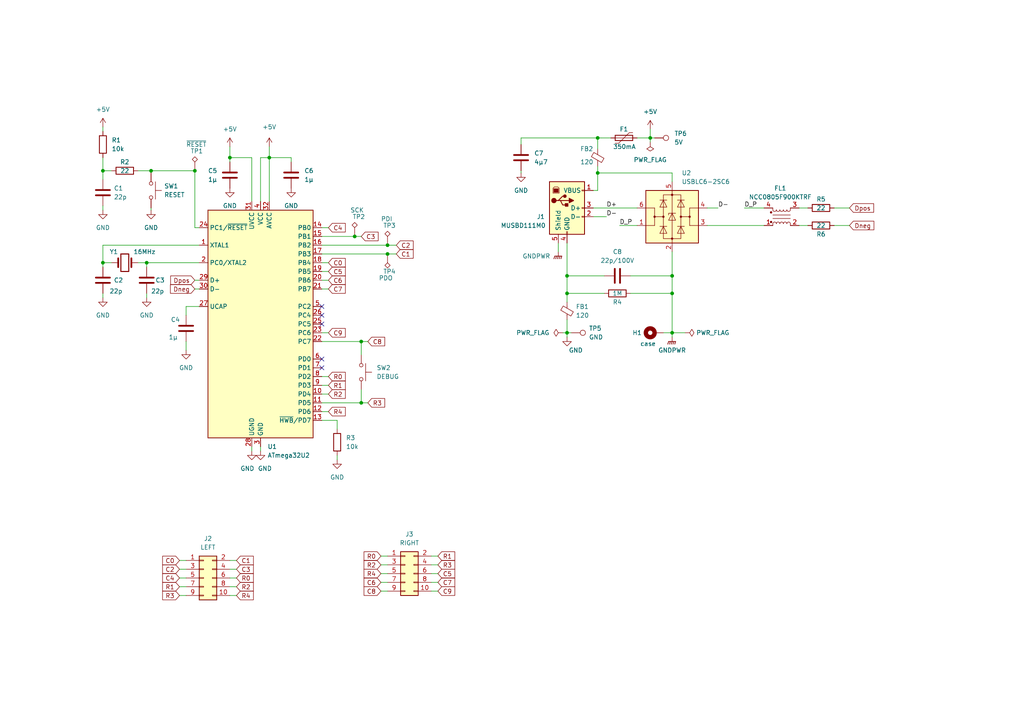
<source format=kicad_sch>
(kicad_sch (version 20211123) (generator eeschema)
  (paper "A4")
  (lib_symbols
    (symbol "Connector:TestPoint" (pin_numbers hide) (pin_names (offset 0.762) hide)
      (property "Reference" "TP" (at 0 6.858 0))
      (property "Value" "TestPoint" (at 0 5.08 0))
      (symbol "TestPoint_0_1"
        (circle (center 0 3.302) (radius 0.762))
      )
      (symbol "TestPoint_1_1"
        (pin passive line (at 0 0 90) (length 2.54) (name "1") (number "1"))
      )
    )
    (symbol "Connector:TestPoint_Alt" (pin_numbers hide) (pin_names (offset 0.762) hide)
      (property "Reference" "TP" (at 0 6.858 0))
      (property "Value" "TestPoint_Alt" (at 0 5.08 0))
      (symbol "TestPoint_Alt_0_1"
        (polyline (pts (xy 0 2.54) (xy -0.762 3.302) (xy 0 4.064) (xy 0.762 3.302) (xy 0 2.54)))
      )
      (symbol "TestPoint_Alt_1_1"
        (pin passive line (at 0 0 90) (length 2.54) (name "1") (number "1"))
      )
    )
    (symbol "Connector:USB_B" (pin_names (offset 1.016))
      (property "Reference" "J" (at -5.08 11.43 0))
      (property "Value" "USB_B" (at -5.08 8.89 0))
      (symbol "USB_B_0_1"
        (rectangle (start -5.08 -7.62) (end 5.08 7.62) (stroke (width 0.254)) (fill (type background)))
        (circle (center -3.81 2.159) (radius 0.635) (stroke (width 0.254)) (fill (type outline)))
        (rectangle (start -3.81 5.588) (end -2.54 4.572) (fill (type outline)))
        (circle (center -0.635 3.429) (radius 0.381) (stroke (width 0.254)) (fill (type outline)))
        (rectangle (start -0.127 -7.62) (end 0.127 -6.858))
        (polyline (pts (xy -1.905 2.159) (xy 0.635 2.159)) (stroke (width 0.254)))
        (polyline (pts (xy -3.175 2.159) (xy -2.54 2.159) (xy -1.27 3.429) (xy -0.635 3.429)) (stroke (width 0.254)))
        (polyline (pts (xy -2.54 2.159) (xy -1.905 2.159) (xy -1.27 0.889) (xy 0 0.889)) (stroke (width 0.254)))
        (polyline (pts (xy 0.635 2.794) (xy 0.635 1.524) (xy 1.905 2.159) (xy 0.635 2.794)) (stroke (width 0.254)) (fill (type outline)))
        (polyline (pts (xy -4.064 4.318) (xy -2.286 4.318) (xy -2.286 5.715) (xy -2.667 6.096) (xy -3.683 6.096) (xy -4.064 5.715) (xy -4.064 4.318)))
        (rectangle (start 0.254 1.27) (end -0.508 0.508) (stroke (width 0.254)) (fill (type outline)))
        (rectangle (start 5.08 -2.667) (end 4.318 -2.413))
        (rectangle (start 5.08 -0.127) (end 4.318 0.127))
        (rectangle (start 5.08 4.953) (end 4.318 5.207))
      )
      (symbol "USB_B_1_1"
        (pin power_out line (at 7.62 5.08 180) (length 2.54) (name "VBUS") (number "1"))
        (pin bidirectional line (at 7.62 -2.54 180) (length 2.54) (name "D-") (number "2"))
        (pin bidirectional line (at 7.62 0 180) (length 2.54) (name "D+") (number "3"))
        (pin power_out line (at 0 -10.16 90) (length 2.54) (name "GND") (number "4"))
        (pin passive line (at -2.54 -10.16 90) (length 2.54) (name "Shield") (number "5"))
      )
    )
    (symbol "Connector_Generic:Conn_02x05_Odd_Even" (pin_names (offset 1.016) hide)
      (property "Reference" "J" (at 1.27 7.62 0))
      (property "Value" "Conn_02x05_Odd_Even" (at 1.27 -7.62 0))
      (symbol "Conn_02x05_Odd_Even_1_1"
        (rectangle (start -1.27 -4.953) (end 0 -5.207) (stroke (width 0.1524)))
        (rectangle (start -1.27 -2.413) (end 0 -2.667) (stroke (width 0.1524)))
        (rectangle (start -1.27 0.127) (end 0 -0.127) (stroke (width 0.1524)))
        (rectangle (start -1.27 2.667) (end 0 2.413) (stroke (width 0.1524)))
        (rectangle (start -1.27 5.207) (end 0 4.953) (stroke (width 0.1524)))
        (rectangle (start -1.27 6.35) (end 3.81 -6.35) (stroke (width 0.254)) (fill (type background)))
        (rectangle (start 3.81 -4.953) (end 2.54 -5.207) (stroke (width 0.1524)))
        (rectangle (start 3.81 -2.413) (end 2.54 -2.667) (stroke (width 0.1524)))
        (rectangle (start 3.81 0.127) (end 2.54 -0.127) (stroke (width 0.1524)))
        (rectangle (start 3.81 2.667) (end 2.54 2.413) (stroke (width 0.1524)))
        (rectangle (start 3.81 5.207) (end 2.54 4.953) (stroke (width 0.1524)))
        (pin passive line (at -5.08 5.08 0) (length 3.81) (name "Pin_1") (number "1"))
        (pin passive line (at 7.62 -5.08 180) (length 3.81) (name "Pin_10") (number "10"))
        (pin passive line (at 7.62 5.08 180) (length 3.81) (name "Pin_2") (number "2"))
        (pin passive line (at -5.08 2.54 0) (length 3.81) (name "Pin_3") (number "3"))
        (pin passive line (at 7.62 2.54 180) (length 3.81) (name "Pin_4") (number "4"))
        (pin passive line (at -5.08 0 0) (length 3.81) (name "Pin_5") (number "5"))
        (pin passive line (at 7.62 0 180) (length 3.81) (name "Pin_6") (number "6"))
        (pin passive line (at -5.08 -2.54 0) (length 3.81) (name "Pin_7") (number "7"))
        (pin passive line (at 7.62 -2.54 180) (length 3.81) (name "Pin_8") (number "8"))
        (pin passive line (at -5.08 -5.08 0) (length 3.81) (name "Pin_9") (number "9"))
      )
    )
    (symbol "Device:C" (pin_numbers hide) (pin_names (offset 0.254))
      (property "Reference" "C" (at 0.635 2.54 0))
      (property "Value" "C" (at 0.635 -2.54 0))
      (symbol "C_0_1"
        (polyline (pts (xy -2.032 -0.762) (xy 2.032 -0.762)) (stroke (width 0.508)))
        (polyline (pts (xy -2.032 0.762) (xy 2.032 0.762)) (stroke (width 0.508)))
      )
      (symbol "C_1_1"
        (pin passive line (at 0 3.81 270) (length 2.794) (name "~") (number "1"))
        (pin passive line (at 0 -3.81 90) (length 2.794) (name "~") (number "2"))
      )
    )
    (symbol "Device:Crystal" (pin_numbers hide) (pin_names (offset 1.016) hide)
      (property "Reference" "Y" (at 0 3.81 0))
      (property "Value" "Crystal" (at 0 -3.81 0))
      (symbol "Crystal_0_1"
        (rectangle (start -1.143 2.54) (end 1.143 -2.54) (stroke (width 0.3048)))
        (polyline (pts (xy -2.54 0) (xy -1.905 0)))
        (polyline (pts (xy -1.905 -1.27) (xy -1.905 1.27)) (stroke (width 0.508)))
        (polyline (pts (xy 1.905 -1.27) (xy 1.905 1.27)) (stroke (width 0.508)))
        (polyline (pts (xy 2.54 0) (xy 1.905 0)))
      )
      (symbol "Crystal_1_1"
        (pin passive line (at -3.81 0 0) (length 1.27) (name "1") (number "1"))
        (pin passive line (at 3.81 0 180) (length 1.27) (name "2") (number "2"))
      )
    )
    (symbol "Device:FerriteBead_Small" (pin_numbers hide) (pin_names (offset 0))
      (property "Reference" "FB" (at 1.905 1.27 0))
      (property "Value" "FerriteBead_Small" (at 1.905 -1.27 0))
      (symbol "FerriteBead_Small_0_1"
        (polyline (pts (xy 0 -1.27) (xy 0 -0.7874)))
        (polyline (pts (xy 0 0.889) (xy 0 1.2954)))
        (polyline (pts (xy -1.8288 0.2794) (xy -1.1176 1.4986) (xy 1.8288 -0.2032) (xy 1.1176 -1.4224) (xy -1.8288 0.2794)))
      )
      (symbol "FerriteBead_Small_1_1"
        (pin passive line (at 0 2.54 270) (length 1.27) (name "~") (number "1"))
        (pin passive line (at 0 -2.54 90) (length 1.27) (name "~") (number "2"))
      )
    )
    (symbol "Device:Polyfuse" (pin_numbers hide) (pin_names (offset 0))
      (property "Reference" "F" (at -2.54 0 90))
      (property "Value" "Polyfuse" (at 2.54 0 90))
      (symbol "Polyfuse_0_1"
        (rectangle (start -0.762 2.54) (end 0.762 -2.54) (stroke (width 0.254)))
        (polyline (pts (xy 0 2.54) (xy 0 -2.54)))
        (polyline (pts (xy -1.524 2.54) (xy -1.524 1.524) (xy 1.524 -1.524) (xy 1.524 -2.54)))
      )
      (symbol "Polyfuse_1_1"
        (pin passive line (at 0 3.81 270) (length 1.27) (name "~") (number "1"))
        (pin passive line (at 0 -3.81 90) (length 1.27) (name "~") (number "2"))
      )
    )
    (symbol "Device:R" (pin_numbers hide) (pin_names (offset 0))
      (property "Reference" "R" (at 2.032 0 90))
      (property "Value" "R" (at 0 0 90))
      (symbol "R_0_1"
        (rectangle (start -1.016 -2.54) (end 1.016 2.54) (stroke (width 0.254)))
      )
      (symbol "R_1_1"
        (pin passive line (at 0 3.81 270) (length 1.27) (name "~") (number "1"))
        (pin passive line (at 0 -3.81 90) (length 1.27) (name "~") (number "2"))
      )
    )
    (symbol "MCU_Microchip_ATmega:ATmega32U2-A"
      (property "Reference" "U" (at -15.24 34.29 0))
      (property "Value" "ATmega32U2-A" (at 2.54 -34.29 0))
      (symbol "ATmega32U2-A_0_1"
        (rectangle (start -15.24 -33.02) (end 15.24 33.02) (stroke (width 0.254)) (fill (type background)))
      )
      (symbol "ATmega32U2-A_1_1"
        (pin input line (at -17.78 22.86 0) (length 2.54) (name "XTAL1") (number "1"))
        (pin bidirectional line (at 17.78 -20.32 180) (length 2.54) (name "PD4") (number "10"))
        (pin bidirectional line (at 17.78 -22.86 180) (length 2.54) (name "PD5") (number "11"))
        (pin bidirectional line (at 17.78 -25.4 180) (length 2.54) (name "PD6") (number "12"))
        (pin bidirectional line (at 17.78 -27.94 180) (length 2.54) (name "~{HWB}/PD7") (number "13"))
        (pin bidirectional line (at 17.78 27.94 180) (length 2.54) (name "PB0") (number "14"))
        (pin bidirectional line (at 17.78 25.4 180) (length 2.54) (name "PB1") (number "15"))
        (pin bidirectional line (at 17.78 22.86 180) (length 2.54) (name "PB2") (number "16"))
        (pin bidirectional line (at 17.78 20.32 180) (length 2.54) (name "PB3") (number "17"))
        (pin bidirectional line (at 17.78 17.78 180) (length 2.54) (name "PB4") (number "18"))
        (pin bidirectional line (at 17.78 15.24 180) (length 2.54) (name "PB5") (number "19"))
        (pin bidirectional line (at -17.78 17.78 0) (length 2.54) (name "PC0/XTAL2") (number "2"))
        (pin bidirectional line (at 17.78 12.7 180) (length 2.54) (name "PB6") (number "20"))
        (pin bidirectional line (at 17.78 10.16 180) (length 2.54) (name "PB7") (number "21"))
        (pin bidirectional line (at 17.78 -5.08 180) (length 2.54) (name "PC7") (number "22"))
        (pin bidirectional line (at 17.78 -2.54 180) (length 2.54) (name "PC6") (number "23"))
        (pin bidirectional line (at -17.78 27.94 0) (length 2.54) (name "PC1/~{RESET}") (number "24"))
        (pin bidirectional line (at 17.78 0 180) (length 2.54) (name "PC5") (number "25"))
        (pin bidirectional line (at 17.78 2.54 180) (length 2.54) (name "PC4") (number "26"))
        (pin passive line (at -17.78 5.08 0) (length 2.54) (name "UCAP") (number "27"))
        (pin power_in line (at -2.54 -35.56 90) (length 2.54) (name "UGND") (number "28"))
        (pin bidirectional line (at -17.78 12.7 0) (length 2.54) (name "D+") (number "29"))
        (pin power_in line (at 0 -35.56 90) (length 2.54) (name "GND") (number "3"))
        (pin bidirectional line (at -17.78 10.16 0) (length 2.54) (name "D-") (number "30"))
        (pin power_in line (at -2.54 35.56 270) (length 2.54) (name "UVCC") (number "31"))
        (pin power_in line (at 2.54 35.56 270) (length 2.54) (name "AVCC") (number "32"))
        (pin power_in line (at 0 35.56 270) (length 2.54) (name "VCC") (number "4"))
        (pin bidirectional line (at 17.78 5.08 180) (length 2.54) (name "PC2") (number "5"))
        (pin bidirectional line (at 17.78 -10.16 180) (length 2.54) (name "PD0") (number "6"))
        (pin bidirectional line (at 17.78 -12.7 180) (length 2.54) (name "PD1") (number "7"))
        (pin bidirectional line (at 17.78 -15.24 180) (length 2.54) (name "PD2") (number "8"))
        (pin bidirectional line (at 17.78 -17.78 180) (length 2.54) (name "PD3") (number "9"))
      )
    )
    (symbol "Mechanical:MountingHole_Pad" (pin_numbers hide) (pin_names (offset 1.016) hide)
      (property "Reference" "H" (at 0 6.35 0))
      (property "Value" "MountingHole_Pad" (at 0 4.445 0))
      (symbol "MountingHole_Pad_0_1"
        (circle (center 0 1.27) (radius 1.27) (stroke (width 1.27)))
      )
      (symbol "MountingHole_Pad_1_1"
        (pin input line (at 0 -2.54 90) (length 2.54) (name "1") (number "1"))
      )
    )
    (symbol "Power_Protection:USBLC6-2SC6" (pin_names hide)
      (property "Reference" "U" (at 2.54 8.89 0))
      (property "Value" "USBLC6-2SC6" (at 2.54 -8.89 0))
      (symbol "USBLC6-2SC6_0_1"
        (rectangle (start -7.62 -7.62) (end 7.62 7.62) (stroke (width 0.254)) (fill (type background)))
        (circle (center -5.08 0) (radius 0.254) (fill (type outline)))
        (circle (center -2.54 0) (radius 0.254) (fill (type outline)))
        (rectangle (start -2.54 6.35) (end 2.54 -6.35))
        (circle (center 0 -6.35) (radius 0.254) (fill (type outline)))
        (polyline (pts (xy -5.08 -2.54) (xy -7.62 -2.54)))
        (polyline (pts (xy -5.08 0) (xy -5.08 -2.54)))
        (polyline (pts (xy -5.08 2.54) (xy -7.62 2.54)))
        (polyline (pts (xy -1.524 -2.794) (xy -3.556 -2.794)))
        (polyline (pts (xy -1.524 4.826) (xy -3.556 4.826)))
        (polyline (pts (xy 0 -7.62) (xy 0 -6.35)))
        (polyline (pts (xy 0 -6.35) (xy 0 1.27)))
        (polyline (pts (xy 0 1.27) (xy 0 6.35)))
        (polyline (pts (xy 0 6.35) (xy 0 7.62)))
        (polyline (pts (xy 1.524 -2.794) (xy 3.556 -2.794)))
        (polyline (pts (xy 1.524 4.826) (xy 3.556 4.826)))
        (polyline (pts (xy 5.08 -2.54) (xy 7.62 -2.54)))
        (polyline (pts (xy 5.08 0) (xy 5.08 -2.54)))
        (polyline (pts (xy 5.08 2.54) (xy 7.62 2.54)))
        (polyline (pts (xy -2.54 0) (xy -5.08 0) (xy -5.08 2.54)))
        (polyline (pts (xy 2.54 0) (xy 5.08 0) (xy 5.08 2.54)))
        (polyline (pts (xy -3.556 -4.826) (xy -1.524 -4.826) (xy -2.54 -2.794) (xy -3.556 -4.826)))
        (polyline (pts (xy -3.556 2.794) (xy -1.524 2.794) (xy -2.54 4.826) (xy -3.556 2.794)))
        (polyline (pts (xy -1.016 -1.016) (xy 1.016 -1.016) (xy 0 1.016) (xy -1.016 -1.016)))
        (polyline (pts (xy 1.016 1.016) (xy 0.762 1.016) (xy -1.016 1.016) (xy -1.016 0.508)))
        (polyline (pts (xy 3.556 -4.826) (xy 1.524 -4.826) (xy 2.54 -2.794) (xy 3.556 -4.826)))
        (polyline (pts (xy 3.556 2.794) (xy 1.524 2.794) (xy 2.54 4.826) (xy 3.556 2.794)))
        (circle (center 0 6.35) (radius 0.254) (fill (type outline)))
        (circle (center 2.54 0) (radius 0.254) (fill (type outline)))
        (circle (center 5.08 0) (radius 0.254) (fill (type outline)))
      )
      (symbol "USBLC6-2SC6_1_1"
        (pin passive line (at -10.16 -2.54 0) (length 2.54) (name "I/O1") (number "1"))
        (pin passive line (at 0 -10.16 90) (length 2.54) (name "GND") (number "2"))
        (pin passive line (at 10.16 -2.54 180) (length 2.54) (name "I/O2") (number "3"))
        (pin passive line (at 10.16 2.54 180) (length 2.54) (name "I/O2") (number "4"))
        (pin passive line (at 0 10.16 270) (length 2.54) (name "VBUS") (number "5"))
        (pin passive line (at -10.16 2.54 0) (length 2.54) (name "I/O1") (number "6"))
      )
    )
    (symbol "Switch:SW_Push" (pin_numbers hide) (pin_names (offset 1.016) hide)
      (property "Reference" "SW" (at 1.27 2.54 0))
      (property "Value" "SW_Push" (at 0 -1.524 0))
      (symbol "SW_Push_0_1"
        (circle (center -2.032 0) (radius 0.508))
        (polyline (pts (xy 0 1.27) (xy 0 3.048)))
        (polyline (pts (xy 2.54 1.27) (xy -2.54 1.27)))
        (circle (center 2.032 0) (radius 0.508))
        (pin passive line (at -5.08 0 0) (length 2.54) (name "1") (number "1"))
        (pin passive line (at 5.08 0 180) (length 2.54) (name "2") (number "2"))
      )
    )
    (symbol "pork-chop-control:Filter_EMI_CommonMode" (pin_names (offset 0.254) hide)
      (property "Reference" "FL" (at 0 4.445 0))
      (property "Value" "Filter_EMI_CommonMode" (at 0 -4.445 0))
      (symbol "Filter_EMI_CommonMode_0_1"
        (circle (center -3.048 -1.27) (radius 0.254) (fill (type outline)))
        (circle (center -3.048 1.524) (radius 0.254) (fill (type outline)))
        (arc (start -2.54 2.032) (mid -2.032 1.524) (end -1.524 2.032))
        (arc (start -1.524 -2.032) (mid -2.032 -1.524) (end -2.54 -2.032))
        (arc (start -1.524 2.032) (mid -1.016 1.524) (end -0.508 2.032))
        (arc (start -0.508 -2.032) (mid -1.016 -1.524) (end -1.524 -2.032))
        (arc (start -0.508 2.032) (mid 0 1.524) (end 0.508 2.032))
        (polyline (pts (xy -2.54 -2.032) (xy -2.54 -2.54)))
        (polyline (pts (xy -2.54 0.508) (xy 2.54 0.508)))
        (polyline (pts (xy -2.54 2.032) (xy -2.54 2.54)))
        (polyline (pts (xy 2.54 -2.032) (xy 2.54 -2.54)))
        (polyline (pts (xy 2.54 -0.508) (xy -2.54 -0.508)))
        (polyline (pts (xy 2.54 2.54) (xy 2.54 2.032)))
        (arc (start 0.508 -2.032) (mid 0 -1.524) (end -0.508 -2.032))
        (arc (start 0.508 2.032) (mid 1.016 1.524) (end 1.524 2.032))
        (arc (start 1.524 -2.032) (mid 1.016 -1.524) (end 0.508 -2.032))
        (arc (start 1.524 2.032) (mid 2.032 1.524) (end 2.54 2.032))
        (arc (start 2.54 -2.032) (mid 2.032 -1.524) (end 1.524 -2.032))
      )
      (symbol "Filter_EMI_CommonMode_1_1"
        (pin passive line (at -5.08 2.54 0) (length 2.54) (name "1") (number "1"))
        (pin passive line (at 5.08 2.54 180) (length 2.54) (name "2") (number "2"))
        (pin passive line (at 5.08 -2.54 180) (length 2.54) (name "3") (number "3"))
        (pin passive line (at -5.08 -2.54 0) (length 2.54) (name "4") (number "4"))
      )
    )
    (symbol "power:+5V" (power) (pin_names (offset 0))
      (property "Value" "+5V" (at 0 3.556 0))
      (symbol "+5V_0_1"
        (polyline (pts (xy -0.762 1.27) (xy 0 2.54)))
        (polyline (pts (xy 0 0) (xy 0 2.54)))
        (polyline (pts (xy 0 2.54) (xy 0.762 1.27)))
      )
      (symbol "+5V_1_1"
        (pin power_in line (at 0 0 90) (length 0) hide (name "+5V") (number "1"))
      )
    )
    (symbol "power:GND" (power) (pin_names (offset 0))
      (property "Value" "GND" (at 0 -3.81 0))
      (symbol "GND_0_1"
        (polyline (pts (xy 0 0) (xy 0 -1.27) (xy 1.27 -1.27) (xy 0 -2.54) (xy -1.27 -1.27) (xy 0 -1.27)))
      )
      (symbol "GND_1_1"
        (pin power_in line (at 0 0 270) (length 0) hide (name "GND") (number "1"))
      )
    )
    (symbol "power:GNDPWR" (power) (pin_names (offset 0))
      (property "Value" "GNDPWR" (at 0 -3.302 0))
      (symbol "GNDPWR_0_1"
        (polyline (pts (xy 0 -1.27) (xy 0 0)))
        (polyline (pts (xy -1.016 -1.27) (xy -1.27 -2.032) (xy -1.27 -2.032)) (stroke (width 0.2032)))
        (polyline (pts (xy -0.508 -1.27) (xy -0.762 -2.032) (xy -0.762 -2.032)) (stroke (width 0.2032)))
        (polyline (pts (xy 0 -1.27) (xy -0.254 -2.032) (xy -0.254 -2.032)) (stroke (width 0.2032)))
        (polyline (pts (xy 0.508 -1.27) (xy 0.254 -2.032) (xy 0.254 -2.032)) (stroke (width 0.2032)))
        (polyline (pts (xy 1.016 -1.27) (xy -1.016 -1.27) (xy -1.016 -1.27)) (stroke (width 0.2032)))
        (polyline (pts (xy 1.016 -1.27) (xy 0.762 -2.032) (xy 0.762 -2.032) (xy 0.762 -2.032)) (stroke (width 0.2032)))
      )
      (symbol "GNDPWR_1_1"
        (pin power_in line (at 0 0 270) (length 0) hide (name "GNDPWR") (number "1"))
      )
    )
    (symbol "power:PWR_FLAG" (power) (pin_numbers hide) (pin_names (offset 0) hide)
      (property "Value" "PWR_FLAG" (at 0 3.81 0))
      (symbol "PWR_FLAG_0_0"
        (pin power_out line (at 0 0 90) (length 0) (name "pwr") (number "1"))
      )
      (symbol "PWR_FLAG_0_1"
        (polyline (pts (xy 0 0) (xy 0 1.27) (xy -1.016 1.905) (xy 0 2.54) (xy 1.016 1.905) (xy 0 1.27)))
      )
    )
  )
  (junction (at 104.775 99.06))
  (junction (at 66.675 45.72))
  (junction (at 29.845 49.53))
  (junction (at 112.395 73.66))
  (junction (at 56.515 49.53))
  (junction (at 194.945 96.52))
  (junction (at 164.465 85.09))
  (junction (at 43.815 49.53))
  (junction (at 112.395 71.12))
  (junction (at 29.845 76.2))
  (junction (at 104.775 116.84))
  (junction (at 188.595 40.005))
  (junction (at 173.355 40.005))
  (junction (at 42.545 76.2))
  (junction (at 194.945 80.01))
  (junction (at 173.355 50.165))
  (junction (at 78.105 45.72))
  (junction (at 194.945 85.09))
  (junction (at 164.465 96.52))
  (junction (at 102.87 68.58))
  (junction (at 164.465 80.01))
  (no_connect (at 93.345 104.14))
  (no_connect (at 93.345 106.68))
  (no_connect (at 93.345 88.9))
  (no_connect (at 93.345 93.98))
  (no_connect (at 93.345 91.44))
  (wire (pts (xy 53.975 91.44) (xy 53.975 88.9)))
  (wire (pts (xy 110.49 161.29) (xy 112.395 161.29)))
  (wire (pts (xy 93.345 68.58) (xy 102.87 68.58)))
  (wire (pts (xy 66.675 167.64) (xy 68.58 167.64)))
  (wire (pts (xy 56.515 83.82) (xy 57.785 83.82)))
  (wire (pts (xy 173.355 55.245) (xy 173.355 50.165)))
  (wire (pts (xy 73.025 45.72) (xy 73.025 58.42)))
  (wire (pts (xy 66.675 42.545) (xy 66.675 45.72)))
  (wire (pts (xy 93.345 81.28) (xy 95.25 81.28)))
  (wire (pts (xy 52.07 172.72) (xy 53.975 172.72)))
  (wire (pts (xy 164.465 92.71) (xy 164.465 96.52)))
  (wire (pts (xy 52.07 167.64) (xy 53.975 167.64)))
  (wire (pts (xy 104.775 113.03) (xy 104.775 116.84)))
  (wire (pts (xy 151.13 40.005) (xy 151.13 41.91)))
  (wire (pts (xy 93.345 114.3) (xy 95.25 114.3)))
  (wire (pts (xy 78.105 42.545) (xy 78.105 45.72)))
  (wire (pts (xy 110.49 168.91) (xy 112.395 168.91)))
  (wire (pts (xy 40.005 49.53) (xy 43.815 49.53)))
  (wire (pts (xy 189.865 40.005) (xy 188.595 40.005)))
  (wire (pts (xy 43.815 49.53) (xy 56.515 49.53)))
  (wire (pts (xy 182.88 85.09) (xy 194.945 85.09)))
  (wire (pts (xy 104.775 99.06) (xy 106.68 99.06)))
  (wire (pts (xy 110.49 166.37) (xy 112.395 166.37)))
  (wire (pts (xy 93.345 111.76) (xy 95.25 111.76)))
  (wire (pts (xy 125.095 168.91) (xy 127 168.91)))
  (wire (pts (xy 66.675 165.1) (xy 68.58 165.1)))
  (wire (pts (xy 125.095 166.37) (xy 127 166.37)))
  (wire (pts (xy 164.465 80.01) (xy 175.26 80.01)))
  (wire (pts (xy 173.355 48.26) (xy 173.355 50.165)))
  (wire (pts (xy 52.07 162.56) (xy 53.975 162.56)))
  (wire (pts (xy 112.395 71.12) (xy 114.935 71.12)))
  (wire (pts (xy 110.49 163.83) (xy 112.395 163.83)))
  (wire (pts (xy 66.675 170.18) (xy 68.58 170.18)))
  (wire (pts (xy 97.79 121.92) (xy 97.79 124.46)))
  (wire (pts (xy 164.465 96.52) (xy 165.735 96.52)))
  (wire (pts (xy 194.945 96.52) (xy 194.945 97.79)))
  (wire (pts (xy 112.395 73.66) (xy 114.935 73.66)))
  (wire (pts (xy 56.515 81.28) (xy 57.785 81.28)))
  (wire (pts (xy 29.845 59.69) (xy 29.845 60.96)))
  (wire (pts (xy 172.085 55.245) (xy 173.355 55.245)))
  (wire (pts (xy 75.565 129.54) (xy 75.565 130.81)))
  (wire (pts (xy 93.345 66.04) (xy 95.25 66.04)))
  (wire (pts (xy 93.345 121.92) (xy 97.79 121.92)))
  (wire (pts (xy 231.775 65.405) (xy 234.315 65.405)))
  (wire (pts (xy 241.935 65.405) (xy 246.38 65.405)))
  (wire (pts (xy 241.935 60.325) (xy 246.38 60.325)))
  (wire (pts (xy 104.775 116.84) (xy 106.68 116.84)))
  (wire (pts (xy 93.345 119.38) (xy 95.25 119.38)))
  (wire (pts (xy 32.385 76.2) (xy 29.845 76.2)))
  (wire (pts (xy 52.07 165.1) (xy 53.975 165.1)))
  (wire (pts (xy 164.465 80.01) (xy 164.465 85.09)))
  (wire (pts (xy 231.775 60.325) (xy 234.315 60.325)))
  (wire (pts (xy 66.675 45.72) (xy 73.025 45.72)))
  (wire (pts (xy 205.105 65.405) (xy 221.615 65.405)))
  (wire (pts (xy 73.025 129.54) (xy 73.025 130.81)))
  (wire (pts (xy 97.79 132.08) (xy 97.79 133.35)))
  (wire (pts (xy 29.845 49.53) (xy 32.385 49.53)))
  (wire (pts (xy 93.345 83.82) (xy 95.25 83.82)))
  (wire (pts (xy 78.105 45.72) (xy 84.455 45.72)))
  (wire (pts (xy 29.845 49.53) (xy 29.845 52.07)))
  (wire (pts (xy 66.675 46.99) (xy 66.675 45.72)))
  (wire (pts (xy 56.515 49.53) (xy 56.515 66.04)))
  (wire (pts (xy 29.845 36.83) (xy 29.845 38.1)))
  (wire (pts (xy 194.945 73.025) (xy 194.945 80.01)))
  (wire (pts (xy 151.13 49.53) (xy 151.13 50.165)))
  (wire (pts (xy 192.405 96.52) (xy 194.945 96.52)))
  (wire (pts (xy 78.105 45.72) (xy 78.105 58.42)))
  (wire (pts (xy 93.345 99.06) (xy 104.775 99.06)))
  (wire (pts (xy 173.355 50.165) (xy 194.945 50.165)))
  (wire (pts (xy 215.9 60.325) (xy 221.615 60.325)))
  (wire (pts (xy 173.355 40.005) (xy 177.165 40.005)))
  (wire (pts (xy 125.095 163.83) (xy 127 163.83)))
  (wire (pts (xy 104.775 99.06) (xy 104.775 102.87)))
  (wire (pts (xy 84.455 45.72) (xy 84.455 46.99)))
  (wire (pts (xy 29.845 71.12) (xy 29.845 76.2)))
  (wire (pts (xy 110.49 171.45) (xy 112.395 171.45)))
  (wire (pts (xy 42.545 77.47) (xy 42.545 76.2)))
  (wire (pts (xy 194.945 50.165) (xy 194.945 52.705)))
  (wire (pts (xy 172.085 62.865) (xy 175.895 62.865)))
  (wire (pts (xy 66.675 172.72) (xy 68.58 172.72)))
  (wire (pts (xy 93.345 109.22) (xy 95.25 109.22)))
  (wire (pts (xy 188.595 40.005) (xy 188.595 41.275)))
  (wire (pts (xy 179.705 65.405) (xy 184.785 65.405)))
  (wire (pts (xy 29.845 45.72) (xy 29.845 49.53)))
  (wire (pts (xy 42.545 76.2) (xy 57.785 76.2)))
  (wire (pts (xy 56.515 66.04) (xy 57.785 66.04)))
  (wire (pts (xy 93.345 96.52) (xy 95.25 96.52)))
  (wire (pts (xy 182.88 80.01) (xy 194.945 80.01)))
  (wire (pts (xy 205.105 60.325) (xy 208.28 60.325)))
  (wire (pts (xy 194.945 85.09) (xy 194.945 96.52)))
  (wire (pts (xy 102.87 68.58) (xy 104.775 68.58)))
  (wire (pts (xy 93.345 78.74) (xy 95.25 78.74)))
  (wire (pts (xy 42.545 86.36) (xy 42.545 85.09)))
  (wire (pts (xy 93.345 71.12) (xy 112.395 71.12)))
  (wire (pts (xy 163.195 96.52) (xy 164.465 96.52)))
  (wire (pts (xy 172.085 60.325) (xy 184.785 60.325)))
  (wire (pts (xy 164.465 85.09) (xy 175.26 85.09)))
  (wire (pts (xy 194.945 96.52) (xy 198.755 96.52)))
  (wire (pts (xy 43.815 50.165) (xy 43.815 49.53)))
  (wire (pts (xy 173.355 43.18) (xy 173.355 40.005)))
  (wire (pts (xy 75.565 58.42) (xy 75.565 45.72)))
  (wire (pts (xy 53.975 88.9) (xy 57.785 88.9)))
  (wire (pts (xy 93.345 73.66) (xy 112.395 73.66)))
  (wire (pts (xy 93.345 76.2) (xy 95.25 76.2)))
  (wire (pts (xy 29.845 76.2) (xy 29.845 77.47)))
  (wire (pts (xy 188.595 37.465) (xy 188.595 40.005)))
  (wire (pts (xy 57.785 71.12) (xy 29.845 71.12)))
  (wire (pts (xy 164.465 96.52) (xy 164.465 97.79)))
  (wire (pts (xy 161.925 70.485) (xy 161.925 73.025)))
  (wire (pts (xy 75.565 45.72) (xy 78.105 45.72)))
  (wire (pts (xy 164.465 70.485) (xy 164.465 80.01)))
  (wire (pts (xy 42.545 76.2) (xy 40.005 76.2)))
  (wire (pts (xy 29.845 85.09) (xy 29.845 86.36)))
  (wire (pts (xy 53.975 99.06) (xy 53.975 101.6)))
  (wire (pts (xy 194.945 80.01) (xy 194.945 85.09)))
  (wire (pts (xy 66.675 162.56) (xy 68.58 162.56)))
  (wire (pts (xy 125.095 171.45) (xy 127 171.45)))
  (wire (pts (xy 188.595 40.005) (xy 184.785 40.005)))
  (wire (pts (xy 125.095 161.29) (xy 127 161.29)))
  (wire (pts (xy 164.465 85.09) (xy 164.465 87.63)))
  (wire (pts (xy 52.07 170.18) (xy 53.975 170.18)))
  (wire (pts (xy 151.13 40.005) (xy 173.355 40.005)))
  (wire (pts (xy 93.345 116.84) (xy 104.775 116.84)))
  (wire (pts (xy 43.815 60.96) (xy 43.815 60.325)))
  (label "D_P" (at 215.9 60.325 0))
  (label "D-" (at 175.895 62.865 0))
  (label "D+" (at 175.895 60.325 0))
  (label "D_P" (at 179.705 65.405 0))
  (label "D-" (at 208.28 60.325 0))
  (global_label "C7" (shape input) (at 95.25 83.82 0) (property "Intersheet References" "${INTERSHEET_REFS}" (effects hide)))
  (global_label "R3" (shape input) (at 52.07 172.72 180) (property "Intersheet References" "${INTERSHEET_REFS}" (effects hide)))
  (global_label "R2" (shape input) (at 68.58 170.18 0) (property "Intersheet References" "${INTERSHEET_REFS}" (effects hide)))
  (global_label "R4" (shape input) (at 68.58 172.72 0) (property "Intersheet References" "${INTERSHEET_REFS}" (effects hide)))
  (global_label "C8" (shape input) (at 106.68 99.06 0) (property "Intersheet References" "${INTERSHEET_REFS}" (effects hide)))
  (global_label "R0" (shape input) (at 68.58 167.64 0) (property "Intersheet References" "${INTERSHEET_REFS}" (effects hide)))
  (global_label "C6" (shape input) (at 95.25 81.28 0) (property "Intersheet References" "${INTERSHEET_REFS}" (effects hide)))
  (global_label "Dpos" (shape input) (at 56.515 81.28 180) (property "Intersheet References" "${INTERSHEET_REFS}" (effects hide)))
  (global_label "R3" (shape input) (at 106.68 116.84 0) (property "Intersheet References" "${INTERSHEET_REFS}" (effects hide)))
  (global_label "C5" (shape input) (at 127 166.37 0) (property "Intersheet References" "${INTERSHEET_REFS}" (effects hide)))
  (global_label "C8" (shape input) (at 110.49 171.45 180) (property "Intersheet References" "${INTERSHEET_REFS}" (effects hide)))
  (global_label "Dneg" (shape input) (at 56.515 83.82 180) (property "Intersheet References" "${INTERSHEET_REFS}" (effects hide)))
  (global_label "C5" (shape input) (at 95.25 78.74 0) (property "Intersheet References" "${INTERSHEET_REFS}" (effects hide)))
  (global_label "R4" (shape input) (at 95.25 119.38 0) (property "Intersheet References" "${INTERSHEET_REFS}" (effects hide)))
  (global_label "C1" (shape input) (at 68.58 162.56 0) (property "Intersheet References" "${INTERSHEET_REFS}" (effects hide)))
  (global_label "R3" (shape input) (at 127 163.83 0) (property "Intersheet References" "${INTERSHEET_REFS}" (effects hide)))
  (global_label "R1" (shape input) (at 127 161.29 0) (property "Intersheet References" "${INTERSHEET_REFS}" (effects hide)))
  (global_label "C0" (shape input) (at 52.07 162.56 180) (property "Intersheet References" "${INTERSHEET_REFS}" (effects hide)))
  (global_label "C6" (shape input) (at 110.49 168.91 180) (property "Intersheet References" "${INTERSHEET_REFS}" (effects hide)))
  (global_label "R0" (shape input) (at 95.25 109.22 0) (property "Intersheet References" "${INTERSHEET_REFS}" (effects hide)))
  (global_label "R4" (shape input) (at 110.49 166.37 180) (property "Intersheet References" "${INTERSHEET_REFS}" (effects hide)))
  (global_label "C4" (shape input) (at 52.07 167.64 180) (property "Intersheet References" "${INTERSHEET_REFS}" (effects hide)))
  (global_label "C3" (shape input) (at 104.775 68.58 0) (property "Intersheet References" "${INTERSHEET_REFS}" (effects hide)))
  (global_label "R1" (shape input) (at 95.25 111.76 0) (property "Intersheet References" "${INTERSHEET_REFS}" (effects hide)))
  (global_label "C3" (shape input) (at 68.58 165.1 0) (property "Intersheet References" "${INTERSHEET_REFS}" (effects hide)))
  (global_label "C9" (shape input) (at 127 171.45 0) (property "Intersheet References" "${INTERSHEET_REFS}" (effects hide)))
  (global_label "R0" (shape input) (at 110.49 161.29 180) (property "Intersheet References" "${INTERSHEET_REFS}" (effects hide)))
  (global_label "C9" (shape input) (at 95.25 96.52 0) (property "Intersheet References" "${INTERSHEET_REFS}" (effects hide)))
  (global_label "C4" (shape input) (at 95.25 66.04 0) (property "Intersheet References" "${INTERSHEET_REFS}" (effects hide)))
  (global_label "R1" (shape input) (at 52.07 170.18 180) (property "Intersheet References" "${INTERSHEET_REFS}" (effects hide)))
  (global_label "C7" (shape input) (at 127 168.91 0) (property "Intersheet References" "${INTERSHEET_REFS}" (effects hide)))
  (global_label "C2" (shape input) (at 114.935 71.12 0) (property "Intersheet References" "${INTERSHEET_REFS}" (effects hide)))
  (global_label "Dneg" (shape input) (at 246.38 65.405 0) (property "Intersheet References" "${INTERSHEET_REFS}" (effects hide)))
  (global_label "C1" (shape input) (at 114.935 73.66 0) (property "Intersheet References" "${INTERSHEET_REFS}" (effects hide)))
  (global_label "C2" (shape input) (at 52.07 165.1 180) (property "Intersheet References" "${INTERSHEET_REFS}" (effects hide)))
  (global_label "C0" (shape input) (at 95.25 76.2 0) (property "Intersheet References" "${INTERSHEET_REFS}" (effects hide)))
  (global_label "Dpos" (shape input) (at 246.38 60.325 0) (property "Intersheet References" "${INTERSHEET_REFS}" (effects hide)))
  (global_label "R2" (shape input) (at 95.25 114.3 0) (property "Intersheet References" "${INTERSHEET_REFS}" (effects hide)))
  (global_label "R2" (shape input) (at 110.49 163.83 180) (property "Intersheet References" "${INTERSHEET_REFS}" (effects hide)))
  (symbol (lib_id "Device:C") (at 179.07 80.01 270) (unit 1)
    (property "Reference" "C8" (at 179.07 73.025 90))
    (property "Value" "22p/100V" (at 179.07 75.565 90))
    (property "Footprint" "Capacitor_SMD:C_0805_2012Metric_Pad1.18x1.45mm_HandSolder" (effects hide))
  )
  (symbol (lib_id "Connector:TestPoint_Alt") (at 56.515 49.53 0) (unit 1)
    (property "Reference" "TP1" (at 55.245 43.815 0) (effects (justify left)))
    (property "Value" "~{RESET}" (at 53.975 41.91 0) (effects (justify left)))
    (property "Footprint" "TestPoint:TestPoint_Pad_1.0x1.0mm" (effects hide))
  )
  (symbol (lib_id "Connector:TestPoint") (at 189.865 40.005 270) (unit 1)
    (property "Reference" "TP6" (at 195.58 38.7349 90) (effects (justify left)))
    (property "Value" "5V" (at 195.58 41.2749 90) (effects (justify left)))
    (property "Footprint" "TestPoint:TestPoint_Pad_1.0x1.0mm" (effects hide))
  )
  (symbol (lib_id "power:GND") (at 29.845 60.96 0) (unit 1)
    (property "Reference" "#PWR02" (effects hide))
    (property "Value" "GND" (at 29.845 66.04 0))
  )
  (symbol (lib_id "power:GND") (at 97.79 133.35 0) (unit 1)
    (property "Reference" "#PWR013" (effects hide))
    (property "Value" "GND" (at 97.79 138.43 0))
  )
  (symbol (lib_id "MCU_Microchip_ATmega:ATmega32U2-A") (at 75.565 93.98 0) (unit 1)
    (property "Reference" "U1" (at 77.5844 129.54 0) (effects (justify left)))
    (property "Value" "ATmega32U2" (at 77.5844 132.08 0) (effects (justify left)))
    (property "Footprint" "Package_QFP:TQFP-32_7x7mm_P0.8mm" (effects hide))
    (property "Datasheet" "http://ww1.microchip.com/downloads/en/DeviceDoc/doc7799.pdf" (effects hide))
  )
  (symbol (lib_id "Device:C") (at 42.545 81.28 0) (unit 1)
    (property "Reference" "C3" (at 45.085 81.28 0) (effects (justify left)))
    (property "Value" "22p" (at 43.815 84.455 0) (effects (justify left)))
    (property "Footprint" "Capacitor_SMD:C_0805_2012Metric_Pad1.18x1.45mm_HandSolder" (effects hide))
  )
  (symbol (lib_id "Device:R") (at 179.07 85.09 90) (unit 1)
    (property "Reference" "R4" (at 179.07 87.63 90))
    (property "Value" "1M" (at 179.07 85.09 90))
    (property "Footprint" "Resistor_SMD:R_0805_2012Metric_Pad1.20x1.40mm_HandSolder" (effects hide))
  )
  (symbol (lib_id "Device:Polyfuse") (at 180.975 40.005 90) (unit 1)
    (property "Reference" "F1" (at 179.705 37.465 90) (effects (justify right)))
    (property "Value" "350mA" (at 177.8 42.545 90) (effects (justify right)))
    (property "Footprint" "Resistor_SMD:R_1210_3225Metric_Pad1.30x2.65mm_HandSolder" (effects hide))
  )
  (symbol (lib_id "power:GND") (at 84.455 54.61 0) (unit 1)
    (property "Reference" "#PWR012" (effects hide))
    (property "Value" "GND" (at 84.455 59.69 0))
  )
  (symbol (lib_id "Device:C") (at 29.845 81.28 0) (unit 1)
    (property "Reference" "C2" (at 33.02 81.28 0) (effects (justify left)))
    (property "Value" "22p" (at 31.75 84.455 0) (effects (justify left)))
    (property "Footprint" "Capacitor_SMD:C_0805_2012Metric_Pad1.18x1.45mm_HandSolder" (effects hide))
  )
  (symbol (lib_id "power:GND") (at 29.845 86.36 0) (unit 1)
    (property "Reference" "#PWR03" (effects hide))
    (property "Value" "GND" (at 29.845 91.44 0))
  )
  (symbol (lib_id "Device:R") (at 36.195 49.53 90) (unit 1)
    (property "Reference" "R2" (at 36.195 46.99 90))
    (property "Value" "22" (at 36.195 49.53 90))
    (property "Footprint" "Resistor_SMD:R_0805_2012Metric_Pad1.20x1.40mm_HandSolder" (effects hide))
  )
  (symbol (lib_id "power:PWR_FLAG") (at 163.195 96.52 90) (unit 1)
    (property "Reference" "#FLG01" (effects hide))
    (property "Value" "PWR_FLAG" (at 159.385 96.5199 90) (effects (justify left)))
  )
  (symbol (lib_id "Device:FerriteBead_Small") (at 164.465 90.17 180) (unit 1)
    (property "Reference" "FB1" (at 167.005 88.938 0) (effects (justify right)))
    (property "Value" "120" (at 167.005 91.478 0) (effects (justify right)))
    (property "Footprint" "Resistor_SMD:R_0805_2012Metric_Pad1.20x1.40mm_HandSolder" (effects hide))
  )
  (symbol (lib_id "power:GNDPWR") (at 161.925 73.025 0) (unit 1)
    (property "Reference" "#PWR015" (effects hide))
    (property "Value" "GNDPWR" (at 155.575 74.295 0))
  )
  (symbol (lib_id "Device:R") (at 238.125 65.405 90) (unit 1)
    (property "Reference" "R6" (at 238.125 67.945 90))
    (property "Value" "22" (at 238.125 65.405 90))
    (property "Footprint" "Resistor_SMD:R_0805_2012Metric_Pad1.20x1.40mm_HandSolder" (effects hide))
  )
  (symbol (lib_id "power:GND") (at 53.975 101.6 0) (unit 1)
    (property "Reference" "#PWR06" (effects hide))
    (property "Value" "GND" (at 53.975 106.68 0))
  )
  (symbol (lib_id "Switch:SW_Push") (at 43.815 55.245 270) (unit 1)
    (property "Reference" "SW1" (at 47.625 53.9749 90) (effects (justify left)))
    (property "Value" "RESET" (at 47.625 56.5149 90) (effects (justify left)))
    (property "Footprint" "Button_Switch_SMD:SW_SPST_EVQQ2" (effects hide))
  )
  (symbol (lib_id "power:+5V") (at 188.595 37.465 0) (unit 1)
    (property "Reference" "#PWR017" (effects hide))
    (property "Value" "+5V" (at 188.595 32.385 0))
  )
  (symbol (lib_id "Device:Crystal") (at 36.195 76.2 0) (unit 1)
    (property "Reference" "Y1" (at 33.02 73.025 0))
    (property "Value" "16MHz" (at 41.91 73.025 0))
    (property "Footprint" "Crystal:Crystal_SMD_HC49-SD" (effects hide))
  )
  (symbol (lib_id "power:+5V") (at 66.675 42.545 0) (unit 1)
    (property "Reference" "#PWR07" (effects hide))
    (property "Value" "+5V" (at 66.675 37.465 0))
  )
  (symbol (lib_id "power:GND") (at 164.465 97.79 0) (unit 1)
    (property "Reference" "#PWR016" (effects hide))
    (property "Value" "GND" (at 167.005 101.6 0))
  )
  (symbol (lib_id "pork-chop-control:Filter_EMI_CommonMode") (at 226.695 62.865 0) (mirror x) (unit 1)
    (property "Reference" "FL1" (at 226.314 54.61 0))
    (property "Value" "NCC0805F900KTRF" (at 226.314 57.15 0))
    (property "Footprint" "Inductor_SMD:L_CommonModeChoke_Coilcraft_0805USB" (effects hide))
  )
  (symbol (lib_id "power:+5V") (at 78.105 42.545 0) (unit 1)
    (property "Reference" "#PWR011" (effects hide))
    (property "Value" "+5V" (at 78.105 36.83 0))
  )
  (symbol (lib_id "power:GND") (at 151.13 50.165 0) (unit 1)
    (property "Reference" "#PWR014" (effects hide))
    (property "Value" "GND" (at 151.13 55.245 0))
  )
  (symbol (lib_id "Connector:TestPoint_Alt") (at 112.395 71.12 0) (unit 1)
    (property "Reference" "TP3" (at 111.125 65.405 0) (effects (justify left)))
    (property "Value" "PDI" (at 110.49 63.5 0) (effects (justify left)))
    (property "Footprint" "TestPoint:TestPoint_Pad_1.0x1.0mm" (effects hide))
  )
  (symbol (lib_id "power:GND") (at 42.545 86.36 0) (unit 1)
    (property "Reference" "#PWR04" (effects hide))
    (property "Value" "GND" (at 42.545 91.44 0))
  )
  (symbol (lib_id "power:+5V") (at 29.845 36.83 0) (unit 1)
    (property "Reference" "#PWR01" (effects hide))
    (property "Value" "+5V" (at 29.845 31.75 0))
  )
  (symbol (lib_id "Connector:TestPoint_Alt") (at 102.87 68.58 0) (unit 1)
    (property "Reference" "TP2" (at 102.235 62.865 0) (effects (justify left)))
    (property "Value" "SCK" (at 101.6 60.96 0) (effects (justify left)))
    (property "Footprint" "TestPoint:TestPoint_Pad_1.0x1.0mm" (effects hide))
  )
  (symbol (lib_id "Device:C") (at 151.13 45.72 0) (unit 1)
    (property "Reference" "C7" (at 154.94 44.4499 0) (effects (justify left)))
    (property "Value" "4µ7" (at 154.94 46.9899 0) (effects (justify left)))
    (property "Footprint" "Capacitor_SMD:C_0805_2012Metric_Pad1.18x1.45mm_HandSolder" (effects hide))
  )
  (symbol (lib_id "Mechanical:MountingHole_Pad") (at 189.865 96.52 90) (unit 1)
    (property "Reference" "H1" (at 184.785 96.52 90))
    (property "Value" "case" (at 187.96 99.695 90))
    (property "Footprint" "MountingHole:MountingHole_3.2mm_M3_DIN965_Pad" (effects hide))
  )
  (symbol (lib_id "Connector:USB_B") (at 164.465 60.325 0) (unit 1)
    (property "Reference" "J1" (at 156.845 62.865 0))
    (property "Value" "MUSBD111M0" (at 151.765 65.405 0))
    (property "Footprint" "mech-kbd:AMPHENOL_MUSBD111M0" (effects hide))
    (property "Datasheet" " ~" (effects hide))
  )
  (symbol (lib_id "power:GND") (at 73.025 130.81 0) (unit 1)
    (property "Reference" "#PWR09" (effects hide))
    (property "Value" "GND" (at 71.755 135.89 0))
  )
  (symbol (lib_id "Device:C") (at 29.845 55.88 0) (unit 1)
    (property "Reference" "C1" (at 33.02 54.6099 0) (effects (justify left)))
    (property "Value" "22p" (at 33.02 57.1499 0) (effects (justify left)))
    (property "Footprint" "Capacitor_SMD:C_0805_2012Metric_Pad1.18x1.45mm_HandSolder" (effects hide))
  )
  (symbol (lib_id "power:PWR_FLAG") (at 188.595 41.275 180) (unit 1)
    (property "Reference" "#FLG02" (effects hide))
    (property "Value" "PWR_FLAG" (at 188.595 46.355 0))
  )
  (symbol (lib_id "Device:R") (at 29.845 41.91 0) (unit 1)
    (property "Reference" "R1" (at 32.385 40.6399 0) (effects (justify left)))
    (property "Value" "10k" (at 32.385 43.1799 0) (effects (justify left)))
    (property "Footprint" "Resistor_SMD:R_0805_2012Metric_Pad1.20x1.40mm_HandSolder" (effects hide))
  )
  (symbol (lib_id "Power_Protection:USBLC6-2SC6") (at 194.945 62.865 0) (unit 1)
    (property "Reference" "U2" (at 197.7137 50.165 0) (effects (justify left)))
    (property "Value" "USBLC6-2SC6" (at 197.7137 52.705 0) (effects (justify left)))
    (property "Footprint" "Package_TO_SOT_SMD:SOT-23-6" (effects hide))
    (property "Datasheet" "https://www.st.com/resource/en/datasheet/usblc6-2.pdf" (effects hide))
  )
  (symbol (lib_id "Connector:TestPoint_Alt") (at 112.395 73.66 180) (unit 1)
    (property "Reference" "TP4" (at 111.125 78.74 0) (effects (justify right)))
    (property "Value" "PDO" (at 109.855 80.645 0) (effects (justify right)))
    (property "Footprint" "TestPoint:TestPoint_Pad_1.0x1.0mm" (effects hide))
  )
  (symbol (lib_id "power:GNDPWR") (at 194.945 97.79 0) (unit 1)
    (property "Reference" "#PWR018" (effects hide))
    (property "Value" "GNDPWR" (at 194.945 101.6 0))
  )
  (symbol (lib_id "power:GND") (at 66.675 54.61 0) (unit 1)
    (property "Reference" "#PWR08" (effects hide))
    (property "Value" "GND" (at 66.675 59.69 0))
  )
  (symbol (lib_id "power:GND") (at 75.565 130.81 0) (unit 1)
    (property "Reference" "#PWR010" (effects hide))
    (property "Value" "GND" (at 76.835 135.89 0))
  )
  (symbol (lib_id "Device:R") (at 238.125 60.325 90) (unit 1)
    (property "Reference" "R5" (at 238.125 57.785 90))
    (property "Value" "22" (at 238.125 60.325 90))
    (property "Footprint" "Resistor_SMD:R_0805_2012Metric_Pad1.20x1.40mm_HandSolder" (effects hide))
  )
  (symbol (lib_id "power:PWR_FLAG") (at 198.755 96.52 270) (unit 1)
    (property "Reference" "#FLG03" (effects hide))
    (property "Value" "PWR_FLAG" (at 201.93 96.5199 90) (effects (justify left)))
  )
  (symbol (lib_id "Device:FerriteBead_Small") (at 173.355 45.72 0) (unit 1)
    (property "Reference" "FB2" (at 168.275 43.18 0) (effects (justify left)))
    (property "Value" "120" (at 168.275 46.99 0) (effects (justify left)))
    (property "Footprint" "Resistor_SMD:R_0805_2012Metric_Pad1.20x1.40mm_HandSolder" (effects hide))
  )
  (symbol (lib_id "Connector_Generic:Conn_02x05_Odd_Even") (at 117.475 166.37 0) (unit 1)
    (property "Reference" "J3" (at 118.745 154.94 0))
    (property "Value" "RIGHT" (at 118.745 157.48 0))
    (property "Footprint" "Connector_IDC:IDC-Header_2x05_P2.54mm_Horizontal" (effects hide))
  )
  (symbol (lib_id "Switch:SW_Push") (at 104.775 107.95 270) (unit 1)
    (property "Reference" "SW2" (at 109.22 106.6799 90) (effects (justify left)))
    (property "Value" "DEBUG" (at 109.22 109.2199 90) (effects (justify left)))
    (property "Footprint" "Button_Switch_SMD:SW_SPST_EVQQ2" (effects hide))
  )
  (symbol (lib_id "Device:C") (at 84.455 50.8 0) (unit 1)
    (property "Reference" "C6" (at 88.265 49.5299 0) (effects (justify left)))
    (property "Value" "1µ" (at 88.265 52.0699 0) (effects (justify left)))
    (property "Footprint" "Capacitor_SMD:C_1206_3216Metric_Pad1.33x1.80mm_HandSolder" (effects hide))
  )
  (symbol (lib_id "power:GND") (at 43.815 60.96 0) (unit 1)
    (property "Reference" "#PWR05" (effects hide))
    (property "Value" "GND" (at 43.815 66.04 0))
  )
  (symbol (lib_id "Connector:TestPoint") (at 165.735 96.52 270) (unit 1)
    (property "Reference" "TP5" (at 170.815 95.2499 90) (effects (justify left)))
    (property "Value" "GND" (at 170.815 97.7899 90) (effects (justify left)))
    (property "Footprint" "TestPoint:TestPoint_Pad_1.0x1.0mm" (effects hide))
  )
  (symbol (lib_id "Device:C") (at 66.675 50.8 0) (unit 1)
    (property "Reference" "C5" (at 60.325 49.53 0) (effects (justify left)))
    (property "Value" "1µ" (at 60.325 52.07 0) (effects (justify left)))
    (property "Footprint" "Capacitor_SMD:C_0805_2012Metric_Pad1.18x1.45mm_HandSolder" (effects hide))
  )
  (symbol (lib_id "Device:R") (at 97.79 128.27 0) (mirror y) (unit 1)
    (property "Reference" "R3" (at 100.33 126.9999 0) (effects (justify right)))
    (property "Value" "10k" (at 100.33 129.5399 0) (effects (justify right)))
    (property "Footprint" "Resistor_SMD:R_0805_2012Metric_Pad1.20x1.40mm_HandSolder" (effects hide))
  )
  (symbol (lib_id "Connector_Generic:Conn_02x05_Odd_Even") (at 59.055 167.64 0) (unit 1)
    (property "Reference" "J2" (at 60.325 156.21 0))
    (property "Value" "LEFT" (at 60.325 158.75 0))
    (property "Footprint" "Connector_IDC:IDC-Header_2x05_P2.54mm_Horizontal" (effects hide))
  )
  (symbol (lib_id "Device:C") (at 53.975 95.25 0) (unit 1)
    (property "Reference" "C4" (at 49.53 92.71 0) (effects (justify left)))
    (property "Value" "1µ" (at 48.895 97.79 0) (effects (justify left)))
    (property "Footprint" "Capacitor_SMD:C_1206_3216Metric_Pad1.33x1.80mm_HandSolder" (effects hide))
  )
)
</source>
